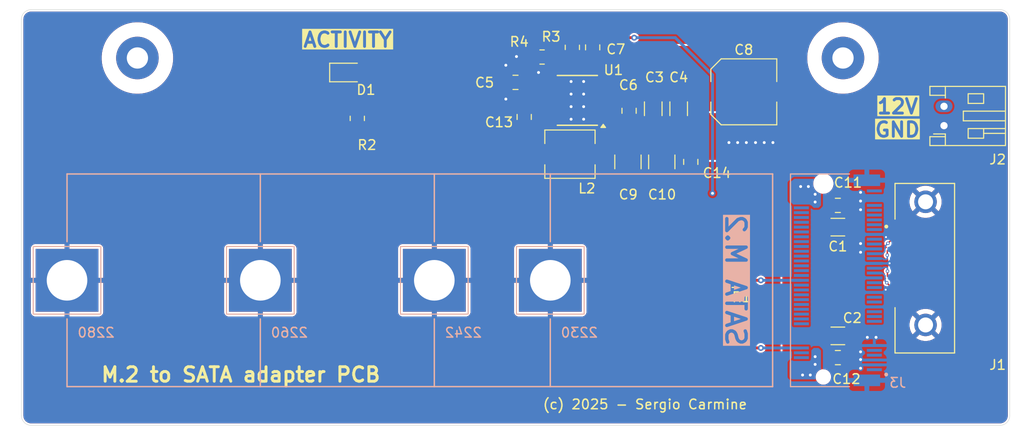
<source format=kicad_pcb>
(kicad_pcb (version 20241229) (generator "pcbnew") (generator_version "9.0")
  (layers (0 "F.Cu" signal) (2 "B.Cu" signal) (13 "F.Paste" user) (15 "B.Paste" user) (5 "F.SilkS" user "F.Silkscreen") (7 "B.SilkS" user "B.Silkscreen") (1 "F.Mask" user) (3 "B.Mask" user) (25 "Edge.Cuts" user))
  (net 0 "")
  (net 1 "+3.3V")
  (net 2 "Net-(D1-K)")
  (net 3 "GND")
  (net 4 "VIN")
  (net 5 "Net-(D1-A)")
  (net 8 "SATA_B-")
  (net 9 "SATA_B+")
  (net 10 "SATA_A-")
  (net 11 "SATA_A+")
  (net 12 "Net-(U1-VCC)")
  (net 13 "Net-(U1-BOOT)")
  (net 14 "SW")
  (net 50 "Net-(J3-DEVSLP)")
  (net 61 "Net-(U1-FB)")
  (footprint "Capacitor_SMD:C_0805_2012Metric_Pad1.18x1.45mm_HandSolder" (layer "F.Cu") (at 155.1 50.9 -90)
    (property "Reference" "C7" (at 0.2 -2.4 0) (layer "F.SilkS"))
    (property "Value" "4.7pF")
    (fp_line (start -0.261252 0.735) (end 0.261252 0.735) (stroke (width 0.12)) (layer "F.SilkS"))
    (fp_line (start -0.261252 -0.735) (end 0.261252 -0.735) (stroke (width 0.12)) (layer "F.SilkS"))
    (pad "1" smd roundrect (at -1.0375 0 270) (size 1.175 1.45) (layers "F.Cu" "F.Mask" "F.Paste") (roundrect_rratio 0.212766) (net 1 "+3.3V"))
    (pad "2" smd roundrect (at 1.0375 0 270) (size 1.175 1.45) (layers "F.Cu" "F.Mask" "F.Paste") (roundrect_rratio 0.212766) (net 61 "Net-(U1-FB)"))
  )
  (footprint "Resistor_SMD:R_0805_2012Metric_Pad1.20x1.40mm_HandSolder" (layer "F.Cu") (at 153 50.9 90)
    (property "Reference" "R3" (at 1.1 -2.2 180) (layer "F.SilkS"))
    (property "Value" "100kOhm")
    (fp_line (start -0.227064 -0.735) (end 0.227064 -0.735) (stroke (width 0.12)) (layer "F.SilkS"))
    (fp_line (start -0.227064 0.735) (end 0.227064 0.735) (stroke (width 0.12)) (layer "F.SilkS"))
    (pad "1" smd roundrect (at -1 0 90) (size 1.2 1.4) (layers "F.Cu" "F.Mask" "F.Paste") (roundrect_rratio 0.208333) (net 61 "Net-(U1-FB)"))
    (pad "2" smd roundrect (at 1 0 90) (size 1.2 1.4) (layers "F.Cu" "F.Mask" "F.Paste") (roundrect_rratio 0.208333) (net 1 "+3.3V"))
  )
  (footprint "m2-adapter-pcb:L_AMDLA4530S" (layer "F.Cu") (at 152.75 61.95)
    (property "Reference" "L2" (at 1.75 3.55 0) (layer "F.SilkS"))
    (property "Value" "2.2uH")
    (fp_line (start -2.6 -2.5) (end 2.6 -2.5) (stroke (width 0.12)) (layer "F.SilkS"))
    (fp_line (start -2.6 -1.1) (end -2.6 -2.5) (stroke (width 0.12)) (layer "F.SilkS"))
    (fp_line (start -2.6 2.5) (end -2.6 1.1) (stroke (width 0.12)) (layer "F.SilkS"))
    (fp_line (start 2.6 -2.5) (end 2.6 -1.1) (stroke (width 0.12)) (layer "F.SilkS"))
    (fp_line (start 2.6 1.1) (end 2.6 2.5) (stroke (width 0.12)) (layer "F.SilkS"))
    (fp_line (start 2.6 2.5) (end -2.6 2.5) (stroke (width 0.12)) (layer "F.SilkS"))
    (pad "1" smd roundrect (at -2.3 0) (size 1.8 1.8) (layers "F.Cu" "F.Mask" "F.Paste") (roundrect_rratio 0.15) (net 14 "SW"))
    (pad "2" smd roundrect (at 2.3 0) (size 1.8 1.8) (layers "F.Cu" "F.Mask" "F.Paste") (roundrect_rratio 0.15) (net 1 "+3.3V"))
  )
  (footprint "Capacitor_SMD:C_1210_3225Metric_Pad1.33x2.70mm_HandSolder" (layer "F.Cu") (at 158.75 62.75 90)
    (property "Reference" "C9" (at -3.3775 0.0325 180) (layer "F.SilkS"))
    (property "Value" "22uF")
    (fp_line (start -0.711252 -1.36) (end 0.711252 -1.36) (stroke (width 0.12)) (layer "F.SilkS"))
    (fp_line (start -0.711252 1.36) (end 0.711252 1.36) (stroke (width 0.12)) (layer "F.SilkS"))
    (pad "1" smd roundrect (at -1.5625 0 90) (size 1.325 2.7) (layers "F.Cu" "F.Mask" "F.Paste") (roundrect_rratio 0.188679) (net 1 "+3.3V"))
    (pad "2" smd roundrect (at 1.5625 0 90) (size 1.325 2.7) (layers "F.Cu" "F.Mask" "F.Paste") (roundrect_rratio 0.188679) (net 3 "GND"))
  )
  (footprint "Capacitor_SMD:C_1206_3216Metric_Pad1.33x1.80mm_HandSolder" (layer "F.Cu") (at 180.4675 69.5)
    (property "Reference" "C1" (at 0 2 0) (layer "F.SilkS"))
    (property "Value" "10uF")
    (fp_line (start -0.711252 -0.91) (end 0.711252 -0.91) (stroke (width 0.12)) (layer "F.SilkS"))
    (fp_line (start -0.711252 0.91) (end 0.711252 0.91) (stroke (width 0.12)) (layer "F.SilkS"))
    (pad "1" smd roundrect (at -1.5625 0) (size 1.325 1.8) (layers "F.Cu" "F.Mask" "F.Paste") (roundrect_rratio 0.188679) (net 1 "+3.3V"))
    (pad "2" smd roundrect (at 1.5625 0) (size 1.325 1.8) (layers "F.Cu" "F.Mask" "F.Paste") (roundrect_rratio 0.188679) (net 3 "GND"))
  )
  (footprint "Capacitor_SMD:C_1206_3216Metric_Pad1.33x1.80mm_HandSolder" (layer "F.Cu") (at 161.3675 57.25 -90)
    (property "Reference" "C3" (at -3.25 -0.1325 180) (layer "F.SilkS"))
    (property "Value" "10uF")
    (fp_line (start -0.711252 0.91) (end 0.711252 0.91) (stroke (width 0.12)) (layer "F.SilkS"))
    (fp_line (start -0.711252 -0.91) (end 0.711252 -0.91) (stroke (width 0.12)) (layer "F.SilkS"))
    (pad "1" smd roundrect (at -1.5625 0 270) (size 1.325 1.8) (layers "F.Cu" "F.Mask" "F.Paste") (roundrect_rratio 0.188679) (net 4 "VIN"))
    (pad "2" smd roundrect (at 1.5625 0 270) (size 1.325 1.8) (layers "F.Cu" "F.Mask" "F.Paste") (roundrect_rratio 0.188679) (net 3 "GND"))
  )
  (footprint "Capacitor_SMD:C_1206_3216Metric_Pad1.33x1.80mm_HandSolder" (layer "F.Cu") (at 180.4675 80.75)
    (property "Reference" "C2" (at 1.5 -1.85 0) (layer "F.SilkS"))
    (property "Value" "10uF")
    (fp_line (start -0.711252 -0.91) (end 0.711252 -0.91) (stroke (width 0.12)) (layer "F.SilkS"))
    (fp_line (start -0.711252 0.91) (end 0.711252 0.91) (stroke (width 0.12)) (layer "F.SilkS"))
    (pad "1" smd roundrect (at -1.5625 0) (size 1.325 1.8) (layers "F.Cu" "F.Mask" "F.Paste") (roundrect_rratio 0.188679) (net 1 "+3.3V"))
    (pad "2" smd roundrect (at 1.5625 0) (size 1.325 1.8) (layers "F.Cu" "F.Mask" "F.Paste") (roundrect_rratio 0.188679) (net 3 "GND"))
  )
  (footprint "Capacitor_SMD:C_0805_2012Metric_Pad1.18x1.45mm_HandSolder" (layer "F.Cu") (at 165.25 62.75 90)
    (property "Reference" "C14" (at -1.15 2.7 0) (layer "F.SilkS"))
    (property "Value" "0.1uF")
    (fp_line (start -0.261252 -0.735) (end 0.261252 -0.735) (stroke (width 0.12)) (layer "F.SilkS"))
    (fp_line (start -0.261252 0.735) (end 0.261252 0.735) (stroke (width 0.12)) (layer "F.SilkS"))
    (pad "1" smd roundrect (at -1.0375 0 90) (size 1.175 1.45) (layers "F.Cu" "F.Mask" "F.Paste") (roundrect_rratio 0.212766) (net 1 "+3.3V"))
    (pad "2" smd roundrect (at 1.0375 0 90) (size 1.175 1.45) (layers "F.Cu" "F.Mask" "F.Paste") (roundrect_rratio 0.212766) (net 3 "GND"))
  )
  (footprint "Resistor_SMD:R_0805_2012Metric_Pad1.20x1.40mm_HandSolder" (layer "F.Cu") (at 149.8675 51.9 180)
    (property "Reference" "R4" (at 2.3675 1.5725 0) (layer "F.SilkS"))
    (property "Value" "43kOhm")
    (fp_line (start -0.227064 0.735) (end 0.227064 0.735) (stroke (width 0.12)) (layer "F.SilkS"))
    (fp_line (start -0.227064 -0.735) (end 0.227064 -0.735) (stroke (width 0.12)) (layer "F.SilkS"))
    (pad "1" smd roundrect (at -1 0 180) (size 1.2 1.4) (layers "F.Cu" "F.Mask" "F.Paste") (roundrect_rratio 0.208333) (net 61 "Net-(U1-FB)"))
    (pad "2" smd roundrect (at 1 0 180) (size 1.2 1.4) (layers "F.Cu" "F.Mask" "F.Paste") (roundrect_rratio 0.208333) (net 3 "GND"))
  )
  (footprint "Capacitor_SMD:C_1206_3216Metric_Pad1.33x1.80mm_HandSolder" (layer "F.Cu") (at 164 57.25 -90)
    (property "Reference" "C4" (at -3.25 0 180) (layer "F.SilkS"))
    (property "Value" "10uF")
    (fp_line (start -0.711252 0.91) (end 0.711252 0.91) (stroke (width 0.12)) (layer "F.SilkS"))
    (fp_line (start -0.711252 -0.91) (end 0.711252 -0.91) (stroke (width 0.12)) (layer "F.SilkS"))
    (pad "1" smd roundrect (at -1.5625 0 270) (size 1.325 1.8) (layers "F.Cu" "F.Mask" "F.Paste") (roundrect_rratio 0.188679) (net 4 "VIN"))
    (pad "2" smd roundrect (at 1.5625 0 270) (size 1.325 1.8) (layers "F.Cu" "F.Mask" "F.Paste") (roundrect_rratio 0.188679) (net 3 "GND"))
  )
  (footprint "MountingHole:MountingHole_2.2mm_M2_Pad" (layer "F.Cu") (at 108 52)
    (property "Reference" "H5" (hide yes))
    (property "Value" "MountingHole_Pad")
    (pad "1" thru_hole circle (at 0 0) (size 4.4 4.4) (drill 2.2) (layers "*.Cu" "*.Mask") (clearance 1.5))
  )
  (footprint "Capacitor_SMD:C_0805_2012Metric_Pad1.18x1.45mm_HandSolder" (layer "F.Cu") (at 180.4675 83)
    (property "Reference" "C12" (at 0.89 2.21 0) (layer "F.SilkS"))
    (property "Value" "0.1uF")
    (fp_line (start -0.261252 -0.735) (end 0.261252 -0.735) (stroke (width 0.12)) (layer "F.SilkS"))
    (fp_line (start -0.261252 0.735) (end 0.261252 0.735) (stroke (width 0.12)) (layer "F.SilkS"))
    (pad "1" smd roundrect (at -1.0375 0) (size 1.175 1.45) (layers "F.Cu" "F.Mask" "F.Paste") (roundrect_rratio 0.212766) (net 1 "+3.3V"))
    (pad "2" smd roundrect (at 1.0375 0) (size 1.175 1.45) (layers "F.Cu" "F.Mask" "F.Paste") (roundrect_rratio 0.212766) (net 3 "GND"))
  )
  (footprint "Resistor_SMD:R_0805_2012Metric_Pad1.20x1.40mm_HandSolder" (layer "F.Cu") (at 169.75 75 180)
    (property "Reference" "R1" (at -0.75 -1.75 0) (layer "F.SilkS"))
    (property "Value" "10kOhm")
    (fp_line (start -0.227064 0.735) (end 0.227064 0.735) (stroke (width 0.12)) (layer "F.SilkS"))
    (fp_line (start -0.227064 -0.735) (end 0.227064 -0.735) (stroke (width 0.12)) (layer "F.SilkS"))
    (pad "1" smd roundrect (at -1 0 180) (size 1.2 1.4) (layers "F.Cu" "F.Mask" "F.Paste") (roundrect_rratio 0.208333) (net 50 "Net-(J3-DEVSLP)"))
    (pad "2" smd roundrect (at 1 0 180) (size 1.2 1.4) (layers "F.Cu" "F.Mask" "F.Paste") (roundrect_rratio 0.208333) (net 3 "GND"))
  )
  (footprint "m2-adapter-pcb:AMPHENOL_SAT3M2132072TR" (layer "F.Cu") (at 189.5425 73.75 90)
    (property "Reference" "J1" (at -10 7.4575 180) (layer "F.SilkS"))
    (property "Value" "SATA-7P")
    (fp_line (start 8.77 -3.16) (end 8.77 3) (stroke (width 0.127)) (layer "F.SilkS"))
    (fp_line (start 5.08 -3.16) (end 8.77 -3.16) (stroke (width 0.127)) (layer "F.SilkS"))
    (fp_line (start -8.77 -3.16) (end -4.08 -3.16) (stroke (width 0.127)) (layer "F.SilkS"))
    (fp_line (start 8.77 3) (end -8.77 3) (stroke (width 0.127)) (layer "F.SilkS"))
    (fp_line (start -8.77 3) (end -8.77 -3.16) (stroke (width 0.127)) (layer "F.SilkS"))
    (fp_circle (center 4.31 -4.06) (end 4.41 -4.06) (stroke (width 0.2)) (fill no) (layer "F.SilkS"))
    (pad "1" smd rect (at 4.31 -2.36 90) (size 0.9 2) (layers "F.Cu" "F.Mask" "F.Paste") (net 3 "GND"))
    (pad "2" smd rect (at 3.04 -2.36 90) (size 0.9 2) (layers "F.Cu" "F.Mask" "F.Paste") (net 11 "SATA_A+"))
    (pad "3" smd rect (at 1.77 -2.36 90) (size 0.9 2) (layers "F.Cu" "F.Mask" "F.Paste") (net 10 "SATA_A-"))
    (pad "4" smd rect (at 0.5 -2.36 90) (size 0.9 2) (layers "F.Cu" "F.Mask" "F.Paste") (net 3 "GND"))
    (pad "5" smd rect (at -0.77 -2.36 90) (size 0.9 2) (layers "F.Cu" "F.Mask" "F.Paste") (net 8 "SATA_B-"))
    (pad "6" smd rect (at -2.04 -2.36 90) (size 0.9 2) (layers "F.Cu" "F.Mask" "F.Paste") (net 9 "SATA_B+"))
    (pad "7" smd rect (at -3.31 -2.36 90) (size 0.9 2) (layers "F.Cu" "F.Mask" "F.Paste") (net 3 "GND"))
    (pad "8" thru_hole circle (at -5.87 0 90) (size 2.325 2.325) (drill 1.55) (layers "*.Cu" "*.Mask") (net 3 "GND"))
    (pad "8" thru_hole circle (at 6.87 0 90) (size 2.325 2.325) (drill 1.55) (layers "*.Cu" "*.Mask") (net 3 "GND"))
  )
  (footprint "Capacitor_SMD:C_Elec_6.3x5.8" (layer "F.Cu") (at 170.7375 55.5)
    (property "Reference" "C8" (at 0 -4.35 0) (layer "F.SilkS"))
    (property "Value" "47uF")
    (fp_line (start -3.41 -2.345563) (end -3.41 -1.06) (stroke (width 0.12)) (layer "F.SilkS"))
    (fp_line (start -3.41 -2.345563) (end -2.345563 -3.41) (stroke (width 0.12)) (layer "F.SilkS"))
    (fp_line (start -3.41 2.345563) (end -3.41 1.06) (stroke (width 0.12)) (layer "F.SilkS"))
    (fp_line (start -3.41 2.345563) (end -2.345563 3.41) (stroke (width 0.12)) (layer "F.SilkS"))
    (fp_line (start -2.345563 -3.41) (end 3.41 -3.41) (stroke (width 0.12)) (layer "F.SilkS"))
    (fp_line (start -2.345563 3.41) (end 3.41 3.41) (stroke (width 0.12)) (layer "F.SilkS"))
    (fp_line (start 3.41 -3.41) (end 3.41 -1.06) (stroke (width 0.12)) (layer "F.SilkS"))
    (fp_line (start 3.41 3.41) (end 3.41 1.06) (stroke (width 0.12)) (layer "F.SilkS"))
    (pad "1" smd roundrect (at -2.5375 0) (size 3.325 1.6) (layers "F.Cu" "F.Mask" "F.Paste") (roundrect_rratio 0.15625) (net 4 "VIN"))
    (pad "2" smd roundrect (at 2.5375 0) (size 3.325 1.6) (layers "F.Cu" "F.Mask" "F.Paste") (roundrect_rratio 0.15625) (net 3 "GND"))
  )
  (footprint "Capacitor_SMD:C_0805_2012Metric_Pad1.18x1.45mm_HandSolder" (layer "F.Cu") (at 147.1175 54.5225 180)
    (property "Reference" "C5" (at 3.2 -0.0275 0) (layer "F.SilkS"))
    (property "Value" "1uF")
    (fp_line (start -0.261252 0.735) (end 0.261252 0.735) (stroke (width 0.12)) (layer "F.SilkS"))
    (fp_line (start -0.261252 -0.735) (end 0.261252 -0.735) (stroke (width 0.12)) (layer "F.SilkS"))
    (pad "1" smd roundrect (at -1.0375 0 180) (size 1.175 1.45) (layers "F.Cu" "F.Mask" "F.Paste") (roundrect_rratio 0.212766) (net 12 "Net-(U1-VCC)"))
    (pad "2" smd roundrect (at 1.0375 0 180) (size 1.175 1.45) (layers "F.Cu" "F.Mask" "F.Paste") (roundrect_rratio 0.212766) (net 3 "GND"))
  )
  (footprint "Connector_JST:JST_PH_S2B-PH-K_1x02_P2.00mm_Horizontal" (layer "F.Cu") (at 191.45 59 90)
    (property "Reference" "J2" (at -3.5 5.55 180) (layer "F.SilkS"))
    (property "Value" "JST S2B-PH-K-S")
    (fp_line (start 4.06 -1.46) (end 3.14 -1.46) (stroke (width 0.12)) (layer "F.SilkS"))
    (fp_line (start 3.14 -1.46) (end 3.14 0.14) (stroke (width 0.12)) (layer "F.SilkS"))
    (fp_line (start -1.14 -1.46) (end -2.06 -1.46) (stroke (width 0.12)) (layer "F.SilkS"))
    (fp_line (start -2.06 -1.46) (end -2.06 6.36) (stroke (width 0.12)) (layer "F.SilkS"))
    (fp_line (start 4.06 0.14) (end 3.14 0.14) (stroke (width 0.12)) (layer "F.SilkS"))
    (fp_line (start 3.14 0.14) (end 2.86 0.14) (stroke (width 0.12)) (layer "F.SilkS"))
    (fp_line (start -0.86 0.14) (end -0.86 -1.075) (stroke (width 0.12)) (layer "F.SilkS"))
    (fp_line (start -0.86 0.14) (end -1.14 0.14) (stroke (width 0.12)) (layer "F.SilkS"))
    (fp_line (start -1.14 0.14) (end -1.14 -1.46) (stroke (width 0.12)) (layer "F.SilkS"))
    (fp_line (start -2.06 0.14) (end -1.14 0.14) (stroke (width 0.12)) (layer "F.SilkS"))
    (fp_line (start 1.5 2) (end 1.5 6.36) (stroke (width 0.12)) (layer "F.SilkS"))
    (fp_line (start 0.5 2) (end 1.5 2) (stroke (width 0.12)) (layer "F.SilkS"))
    (fp_line (start -0.3 4.1) (end -0.3 6.36) (stroke (width 0.12)) (layer "F.SilkS"))
    (fp_line (start -0.8 4.1) (end -0.8 6.36) (stroke (width 0.12)) (layer "F.SilkS"))
    (fp_line (start 4.06 6.36) (end 4.06 -1.46) (stroke (width 0.12)) (layer "F.SilkS"))
    (fp_line (start 0.5 6.36) (end 0.5 2) (stroke (width 0.12)) (layer "F.SilkS"))
    (fp_line (start -2.06 6.36) (end 4.06 6.36) (stroke (width 0.12)) (layer "F.SilkS"))
    (fp_rect (start 2.3 2.5) (end 3.3 4.1) (stroke (width 0.12)) (fill no) (layer "F.SilkS"))
    (fp_rect (start -1.3 2.5) (end -0.3 4.1) (stroke (width 0.12)) (fill no) (layer "F.SilkS"))
    (pad "1" thru_hole roundrect (at 0 0 90) (size 1.2 1.75) (drill 0.75) (layers "*.Cu" "*.Mask") (roundrect_rratio 0.208333) (net 3 "GND"))
    (pad "2" thru_hole oval (at 2 0 90) (size 1.2 1.75) (drill 0.75) (layers "*.Cu" "*.Mask") (net 4 "VIN"))
  )
  (footprint "Capacitor_SMD:C_1210_3225Metric_Pad1.33x2.70mm_HandSolder" (layer "F.Cu") (at 162.25 62.75 90)
    (property "Reference" "C10" (at -3.3775 0.0325 180) (layer "F.SilkS"))
    (property "Value" "22uF")
    (fp_line (start -0.711252 -1.36) (end 0.711252 -1.36) (stroke (width 0.12)) (layer "F.SilkS"))
    (fp_line (start -0.711252 1.36) (end 0.711252 1.36) (stroke (width 0.12)) (layer "F.SilkS"))
    (pad "1" smd roundrect (at -1.5625 0 90) (size 1.325 2.7) (layers "F.Cu" "F.Mask" "F.Paste") (roundrect_rratio 0.188679) (net 1 "+3.3V"))
    (pad "2" smd roundrect (at 1.5625 0 90) (size 1.325 2.7) (layers "F.Cu" "F.Mask" "F.Paste") (roundrect_rratio 0.188679) (net 3 "GND"))
  )
  (footprint "MountingHole:MountingHole_2.2mm_M2_Pad" (layer "F.Cu") (at 181 52)
    (property "Reference" "H6" (hide yes))
    (property "Value" "MountingHole_Pad")
    (pad "1" thru_hole circle (at 0 0) (size 4.4 4.4) (drill 2.2) (layers "*.Cu" "*.Mask") (clearance 1.5))
  )
  (footprint "Capacitor_SMD:C_0805_2012Metric_Pad1.18x1.45mm_HandSolder" (layer "F.Cu") (at 158.8675 57.4625 -90)
    (property "Reference" "C6" (at -2.6625 0.0675 180) (layer "F.SilkS"))
    (property "Value" "0.22uF")
    (fp_line (start -0.261252 0.735) (end 0.261252 0.735) (stroke (width 0.12)) (layer "F.SilkS"))
    (fp_line (start -0.261252 -0.735) (end 0.261252 -0.735) (stroke (width 0.12)) (layer "F.SilkS"))
    (pad "1" smd roundrect (at -1.0375 0 270) (size 1.175 1.45) (layers "F.Cu" "F.Mask" "F.Paste") (roundrect_rratio 0.212766) (net 4 "VIN"))
    (pad "2" smd roundrect (at 1.0375 0 270) (size 1.175 1.45) (layers "F.Cu" "F.Mask" "F.Paste") (roundrect_rratio 0.212766) (net 3 "GND"))
  )
  (footprint "Capacitor_SMD:C_0805_2012Metric_Pad1.18x1.45mm_HandSolder" (layer "F.Cu") (at 180.4675 67.25)
    (property "Reference" "C11" (at 1.05 -2.35 0) (layer "F.SilkS"))
    (property "Value" "0.1uF")
    (fp_line (start -0.261252 -0.735) (end 0.261252 -0.735) (stroke (width 0.12)) (layer "F.SilkS"))
    (fp_line (start -0.261252 0.735) (end 0.261252 0.735) (stroke (width 0.12)) (layer "F.SilkS"))
    (pad "1" smd roundrect (at -1.0375 0) (size 1.175 1.45) (layers "F.Cu" "F.Mask" "F.Paste") (roundrect_rratio 0.212766) (net 1 "+3.3V"))
    (pad "2" smd roundrect (at 1.0375 0) (size 1.175 1.45) (layers "F.Cu" "F.Mask" "F.Paste") (roundrect_rratio 0.212766) (net 3 "GND"))
  )
  (footprint "Resistor_SMD:R_0805_2012Metric_Pad1.20x1.40mm_HandSolder" (layer "F.Cu") (at 130.75 58.25 90)
    (property "Reference" "R2" (at -2.75 1 180) (layer "F.SilkS"))
    (property "Value" "220Ohm")
    (fp_line (start -0.227064 -0.735) (end 0.227064 -0.735) (stroke (width 0.12)) (layer "F.SilkS"))
    (fp_line (start -0.227064 0.735) (end 0.227064 0.735) (stroke (width 0.12)) (layer "F.SilkS"))
    (pad "1" smd roundrect (at -1 0 90) (size 1.2 1.4) (layers "F.Cu" "F.Mask" "F.Paste") (roundrect_rratio 0.208333) (net 1 "+3.3V"))
    (pad "2" smd roundrect (at 1 0 90) (size 1.2 1.4) (layers "F.Cu" "F.Mask" "F.Paste") (roundrect_rratio 0.208333) (net 5 "Net-(D1-A)"))
  )
  (footprint "LED_SMD:LED_0805_2012Metric_Pad1.15x1.40mm_HandSolder" (layer "F.Cu") (at 129.75 53.5)
    (property "Reference" "D1" (at 1.9 1.8 0) (layer "F.SilkS"))
    (property "Value" "LED")
    (fp_line (start -1.86 -0.96) (end -1.86 0.96) (stroke (width 0.12)) (layer "F.SilkS"))
    (fp_line (start -1.86 0.96) (end 1 0.96) (stroke (width 0.12)) (layer "F.SilkS"))
    (fp_line (start 1 -0.96) (end -1.86 -0.96) (stroke (width 0.12)) (layer "F.SilkS"))
    (pad "1" smd roundrect (at -1.025 0) (size 1.15 1.4) (layers "F.Cu" "F.Mask" "F.Paste") (roundrect_rratio 0.217391) (net 2 "Net-(D1-K)"))
    (pad "2" smd roundrect (at 1.025 0) (size 1.15 1.4) (layers "F.Cu" "F.Mask" "F.Paste") (roundrect_rratio 0.217391) (net 5 "Net-(D1-A)"))
  )
  (footprint "m2-adapter-pcb:Texas_HSOP-8-1EP_3.9x4.9mm_P1.27mm_ThermalVias_HandSolder" (layer "F.Cu") (at 153.5175 56.385 180)
    (property "Reference" "U1" (at -3.7325 3.135 180) (layer "F.SilkS"))
    (property "Value" "LMR33630BDDA")
    (fp_line (start -2.075 2.575) (end 2.075 2.575) (stroke (width 0.15)) (layer "F.SilkS"))
    (fp_line (start -2.075 -2.575) (end 2.075 -2.575) (stroke (width 0.15)) (layer "F.SilkS"))
    (fp_poly (pts (xy -2.675 -2.475) (xy -2.915 -2.805) (xy -2.435 -2.805) (xy -2.675 -2.475)) (stroke (width 0.12)) (fill yes) (layer "F.SilkS"))
    (pad "1" smd rect (at -2.7 -1.905 180) (size 1.55 0.6) (layers "F.Cu" "F.Mask" "F.Paste") (net 3 "GND"))
    (pad "2" smd rect (at -2.7 -0.635 180) (size 1.55 0.6) (layers "F.Cu" "F.Mask" "F.Paste") (net 4 "VIN"))
    (pad "3" smd rect (at -2.7 0.635 180) (size 1.55 0.6) (layers "F.Cu" "F.Mask" "F.Paste") (net 4 "VIN"))
    (pad "4" smd rect (at -2.7 1.905 180) (size 1.55 0.6) (layers "F.Cu" "F.Mask" "F.Paste"))
    (pad "5" smd rect (at 2.7 1.905 180) (size 1.55 0.6) (layers "F.Cu" "F.Mask" "F.Paste") (net 61 "Net-(U1-FB)"))
    (pad "6" smd rect (at 2.7 0.635 180) (size 1.55 0.6) (layers "F.Cu" "F.Mask" "F.Paste") (net 12 "Net-(U1-VCC)"))
    (pad "7" smd rect (at 2.7 -0.635 180) (size 1.55 0.6) (layers "F.Cu" "F.Mask" "F.Paste") (net 13 "Net-(U1-BOOT)"))
    (pad "8" smd rect (at 2.7 -1.905 180) (size 1.55 0.6) (layers "F.Cu" "F.Mask" "F.Paste") (net 14 "SW"))
    (pad "9" thru_hole circle (at -0.65 -1.95 180) (size 0.6 0.6) (drill 0.3) (layers "*.Cu") (net 3 "GND"))
    (pad "9" thru_hole circle (at -0.65 -0.65 180) (size 0.6 0.6) (drill 0.3) (layers "*.Cu") (net 3 "GND"))
    (pad "9" thru_hole circle (at -0.65 0.65 180) (size 0.6 0.6) (drill 0.3) (layers "*.Cu") (net 3 "GND"))
    (pad "9" thru_hole circle (at -0.65 1.95 180) (size 0.6 0.6) (drill 0.3) (layers "*.Cu") (net 3 "GND"))
    (pad "9" smd rect (at 0 0 180) (size 2.95 4.9) (layers "F.Cu") (net 3 "GND"))
    (pad "9" smd rect (at 0 0 180) (size 2.95 4.9) (layers "B.Cu") (net 3 "GND"))
    (pad "9" thru_hole circle (at 0.65 -1.95 180) (size 0.6 0.6) (drill 0.3) (layers "*.Cu") (net 3 "GND"))
    (pad "9" thru_hole circle (at 0.65 -0.65 180) (size 0.6 0.6) (drill 0.3) (layers "*.Cu") (net 3 "GND"))
    (pad "9" thru_hole circle (at 0.65 0.65 180) (size 0.6 0.6) (drill 0.3) (layers "*.Cu") (net 3 "GND"))
    (pad "9" thru_hole circle (at 0.65 1.95 180) (size 0.6 0.6) (drill 0.3) (layers "*.Cu") (net 3 "GND"))
  )
  (footprint "Capacitor_SMD:C_0805_2012Metric_Pad1.18x1.45mm_HandSolder" (layer "F.Cu") (at 148.0175 58.1 -90)
    (property "Reference" "C13" (at 0.55 2.6 180) (layer "F.SilkS"))
    (property "Value" "0.1uF")
    (fp_line (start -0.261252 0.735) (end 0.261252 0.735) (stroke (width 0.12)) (layer "F.SilkS"))
    (fp_line (start -0.261252 -0.735) (end 0.261252 -0.735) (stroke (width 0.12)) (layer "F.SilkS"))
    (pad "1" smd roundrect (at -1.0375 0 270) (size 1.175 1.45) (layers "F.Cu" "F.Mask" "F.Paste") (roundrect_rratio 0.212766) (net 13 "Net-(U1-BOOT)"))
    (pad "2" smd roundrect (at 1.0375 0 270) (size 1.175 1.45) (layers "F.Cu" "F.Mask" "F.Paste") (roundrect_rratio 0.212766) (net 14 "SW"))
  )
  (footprint "m2-adapter-pcb:M.2_Standoff_Hole" (layer "B.Cu") (at 138.7175 75 180)
    (property "Reference" "H3" (hide yes))
    (property "Value" "MountingHole_Pad")
    (fp_rect (start -3.5 3.5) (end 3.5 -3.5) (stroke (width 0.12)) (fill no) (layer "B.SilkS"))
    (pad "1" thru_hole rect (at 0 0 180) (size 6.5 6.5) (drill 4.2) (layers "*.Cu" "*.Mask") (net 3 "GND"))
  )
  (footprint "m2-adapter-pcb:M.2_Standoff_Hole" (layer "B.Cu") (at 100.7175 75 180)
    (property "Reference" "H1" (hide yes))
    (property "Value" "MountingHole_Pad")
    (fp_rect (start -3.5 3.5) (end 3.5 -3.5) (stroke (width 0.12)) (fill no) (layer "B.SilkS"))
    (pad "1" thru_hole rect (at 0 0 180) (size 6.5 6.5) (drill 4.2) (layers "*.Cu" "*.Mask") (net 3 "GND"))
  )
  (footprint "m2-adapter-pcb:M.2_Standoff_Hole" (layer "B.Cu") (at 120.7175 75 180)
    (property "Reference" "H4" (hide yes))
    (property "Value" "MountingHole_Pad")
    (fp_rect (start -3.5 3.5) (end 3.5 -3.5) (stroke (width 0.12)) (fill no) (layer "B.SilkS"))
    (pad "1" thru_hole rect (at 0 0 180) (size 6.5 6.5) (drill 4.2) (layers "*.Cu" "*.Mask") (net 3 "GND"))
  )
  (footprint "m2-adapter-pcb:AMPHENOL_MDT420B03001" (layer "B.Cu") (at 178.9675 75 90)
    (property "Reference" "J3" (at -10.6 7.7 0) (layer "B.SilkS") (effects (font (size 1.000843 1.000843)) (justify mirror)))
    (property "Value" "Bus_M.2_Socket_B" (hide yes))
    (fp_line (start 11 -3.4) (end -11 -3.4) (stroke (width 0.127)) (layer "B.SilkS"))
    (fp_line (start 11 2.7) (end 11 -3.4) (stroke (width 0.127)) (layer "B.SilkS"))
    (fp_line (start -11 2.7) (end -11 -3.4) (stroke (width 0.127)) (layer "B.SilkS"))
    (fp_circle (center -9.75 6.5) (end -9.65 6.5) (stroke (width 0.2)) (fill no) (layer "B.SilkS"))
    (pad "" np_thru_hole circle (at -10 0 90) (size 1.1 1.1) (drill 1.1) (layers "*.Cu" "*.Mask"))
    (pad "" np_thru_hole circle (at 10 0 90) (size 1.6 1.6) (drill 1.6) (layers "*.Cu" "*.Mask"))
    (pad "1" smd rect (at -9.25 5.275 90) (size 0.3 1.55) (layers "B.Cu" "B.Mask" "B.Paste"))
    (pad "2" smd rect (at -9 -2.275 90) (size 0.3 1.55) (layers "B.Cu" "B.Mask" "B.Paste") (net 1 "+3.3V"))
    (pad "3" smd rect (at -8.75 5.275 90) (size 0.3 1.55) (layers "B.Cu" "B.Mask" "B.Paste") (net 3 "GND"))
    (pad "4" smd rect (at -8.5 -2.275 90) (size 0.3 1.55) (layers "B.Cu" "B.Mask" "B.Paste") (net 1 "+3.3V"))
    (pad "5" smd rect (at -8.25 5.275 90) (size 0.3 1.55) (layers "B.Cu" "B.Mask" "B.Paste") (net 3 "GND"))
    (pad "6" smd rect (at -8 -2.275 90) (size 0.3 1.55) (layers "B.Cu" "B.Mask" "B.Paste"))
    (pad "7" smd rect (at -7.75 5.275 90) (size 0.3 1.55) (layers "B.Cu" "B.Mask" "B.Paste"))
    (pad "8" smd rect (at -7.5 -2.275 90) (size 0.3 1.55) (layers "B.Cu" "B.Mask" "B.Paste"))
    (pad "9" smd rect (at -7.25 5.275 90) (size 0.3 1.55) (layers "B.Cu" "B.Mask" "B.Paste"))
    (pad "10" smd rect (at -7 -2.275 90) (size 0.3 1.55) (layers "B.Cu" "B.Mask" "B.Paste") (net 2 "Net-(D1-K)"))
    (pad "11" smd rect (at -6.75 5.275 90) (size 0.3 1.55) (layers "B.Cu" "B.Mask" "B.Paste") (net 3 "GND"))
    (pad "20" smd rect (at -4.5 -2.275 90) (size 0.3 1.55) (layers "B.Cu" "B.Mask" "B.Paste"))
    (pad "21" smd rect (at -4.25 5.275 90) (size 0.3 1.55) (layers "B.Cu" "B.Mask" "B.Paste"))
    (pad "22" smd rect (at -4 -2.275 90) (size 0.3 1.55) (layers "B.Cu" "B.Mask" "B.Paste"))
    (pad "23" smd rect (at -3.75 5.275 90) (size 0.3 1.55) (layers "B.Cu" "B.Mask" "B.Paste"))
    (pad "24" smd rect (at -3.5 -2.275 90) (size 0.3 1.55) (layers "B.Cu" "B.Mask" "B.Paste"))
    (pad "25" smd rect (at -3.25 5.275 90) (size 0.3 1.55) (layers "B.Cu" "B.Mask" "B.Paste"))
    (pad "26" smd rect (at -3 -2.275 90) (size 0.3 1.55) (layers "B.Cu" "B.Mask" "B.Paste"))
    (pad "27" smd rect (at -2.75 5.275 90) (size 0.3 1.55) (layers "B.Cu" "B.Mask" "B.Paste") (net 3 "GND"))
    (pad "28" smd rect (at -2.5 -2.275 90) (size 0.3 1.55) (layers "B.Cu" "B.Mask" "B.Paste"))
    (pad "29" smd rect (at -2.25 5.275 90) (size 0.3 1.55) (layers "B.Cu" "B.Mask" "B.Paste"))
    (pad "30" smd rect (at -2 -2.275 90) (size 0.3 1.55) (layers "B.Cu" "B.Mask" "B.Paste"))
    (pad "31" smd rect (at -1.75 5.275 90) (size 0.3 1.55) (layers "B.Cu" "B.Mask" "B.Paste"))
    (pad "32" smd rect (at -1.5 -2.275 90) (size 0.3 1.55) (layers "B.Cu" "B.Mask" "B.Paste"))
    (pad "33" smd rect (at -1.25 5.275 90) (size 0.3 1.55) (layers "B.Cu" "B.Mask" "B.Paste") (net 3 "GND"))
    (pad "34" smd rect (at -1 -2.275 90) (size 0.3 1.55) (layers "B.Cu" "B.Mask" "B.Paste"))
    (pad "35" smd rect (at -0.75 5.275 90) (size 0.3 1.55) (layers "B.Cu" "B.Mask" "B.Paste"))
    (pad "36" smd rect (at -0.5 -2.275 90) (size 0.3 1.55) (layers "B.Cu" "B.Mask" "B.Paste"))
    (pad "37" smd rect (at -0.25 5.275 90) (size 0.3 1.55) (layers "B.Cu" "B.Mask" "B.Paste"))
    (pad "38" smd rect (at 0 -2.275 90) (size 0.3 1.55) (layers "B.Cu" "B.Mask" "B.Paste") (net 50 "Net-(J3-DEVSLP)"))
    (pad "39" smd rect (at 0.25 5.275 90) (size 0.3 1.55) (layers "B.Cu" "B.Mask" "B.Paste") (net 3 "GND"))
    (pad "40" smd rect (at 0.5 -2.275 90) (size 0.3 1.55) (layers "B.Cu" "B.Mask" "B.Paste"))
    (pad "41" smd rect (at 0.75 5.275 90) (size 0.3 1.55) (layers "B.Cu" "B.Mask" "B.Paste") (net 9 "SATA_B+"))
    (pad "42" smd rect (at 1 -2.275 90) (size 0.3 1.55) (layers "B.Cu" "B.Mask" "B.Paste"))
    (pad "43" smd rect (at 1.25 5.275 90) (size 0.3 1.55) (layers "B.Cu" "B.Mask" "B.Paste") (net 8 "SATA_B-"))
    (pad "44" smd rect (at 1.5 -2.275 90) (size 0.3 1.55) (layers "B.Cu" "B.Mask" "B.Paste"))
    (pad "45" smd rect (at 1.75 5.275 90) (size 0.3 1.55) (layers "B.Cu" "B.Mask" "B.Paste") (net 3 "GND"))
    (pad "46" smd rect (at 2 -2.275 90) (size 0.3 1.55) (layers "B.Cu" "B.Mask" "B.Paste"))
    (pad "47" smd rect (at 2.25 5.275 90) (size 0.3 1.55) (layers "B.Cu" "B.Mask" "B.Paste") (net 10 "SATA_A-"))
    (pad "48" smd rect (at 2.5 -2.275 90) (size 0.3 1.55) (layers "B.Cu" "B.Mask" "B.Paste"))
    (pad "49" smd rect (at 2.75 5.275 90) (size 0.3 1.55) (layers "B.Cu" "B.Mask" "B.Paste") (net 11 "SATA_A+"))
    (pad "50" smd rect (at 3 -2.275 90) (size 0.3 1.55) (layers "B.Cu" "B.Mask" "B.Paste"))
    (pad "51" smd rect (at 3.25 5.275 90) (size 0.3 1.55) (layers "B.Cu" "B.Mask" "B.Paste") (net 3 "GND"))
    (pad "52" smd rect (at 3.5 -2.275 90) (size 0.3 1.55) (layers "B.Cu" "B.Mask" "B.Paste"))
    (pad "53" smd rect (at 3.75 5.275 90) (size 0.3 1.55) (layers "B.Cu" "B.Mask" "B.Paste"))
    (pad "54" smd rect (at 4 -2.275 90) (size 0.3 1.55) (layers "B.Cu" "B.Mask" "B.Paste"))
    (pad "55" smd rect (at 4.25 5.275 90) (size 0.3 1.55) (layers "B.Cu" "B.Mask" "B.Paste"))
    (pad "56" smd rect (at 4.5 -2.275 90) (size 0.3 1.55) (layers "B.Cu" "B.Mask" "B.Paste"))
    (pad "57" smd rect (at 4.75 5.275 90) (size 0.3 1.55) (layers "B.Cu" "B.Mask" "B.Paste") (net 3 "GND"))
    (pad "58" smd rect (at 5 -2.275 90) (size 0.3 1.55) (layers "B.Cu" "B.Mask" "B.Paste"))
    (pad "59" smd rect (at 5.25 5.275 90) (size 0.3 1.55) (layers "B.Cu" "B.Mask" "B.Paste"))
    (pad "60" smd rect (at 5.5 -2.275 90) (size 0.3 1.55) (layers "B.Cu" "B.Mask" "B.Paste"))
    (pad "61" smd rect (at 5.75 5.275 90) (size 0.3 1.55) (layers "B.Cu" "B.Mask" "B.Paste"))
    (pad "62" smd rect (at 6 -2.275 90) (size 0.3 1.55) (layers "B.Cu" "B.Mask" "B.Paste"))
    (pad "63" smd rect (at 6.25 5.275 90) (size 0.3 1.55) (layers "B.Cu" "B.Mask" "B.Paste"))
    (pad "64" smd rect (at 6.5 -2.275 90) (size 0.3 1.55) (layers "B.Cu" "B.Mask" "B.Paste"))
    (pad "65" smd rect (at 6.75 5.275 90) (size 0.3 1.55) (layers "B.Cu" "B.Mask" "B.Paste"))
    (pad "66" smd rect (at 7 -2.275 90) (size 0.3 1.55) (layers "B.Cu" "B.Mask" "B.Paste"))
    (pad "67" smd rect (at 7.25 5.275 90) (size 0.3 1.55) (layers "B.Cu" "B.Mask" "B.Paste"))
    (pad "68" smd rect (at 7.5 -2.275 90) (size 0.3 1.55) (layers "B.Cu" "B.Mask" "B.Paste"))
    (pad "69" smd rect (at 7.75 5.275 90) (size 0.3 1.55) (layers "B.Cu" "B.Mask" "B.Paste"))
    (pad "70" smd rect (at 8 -2.275 90) (size 0.3 1.55) (layers "B.Cu" "B.Mask" "B.Paste") (net 1 "+3.3V"))
    (pad "71" smd rect (at 8.25 5.275 90) (size 0.3 1.55) (layers "B.Cu" "B.Mask" "B.Paste") (net 3 "GND"))
    (pad "72" smd rect (at 8.5 -2.275 90) (size 0.3 1.55) (layers "B.Cu" "B.Mask" "B.Paste") (net 1 "+3.3V"))
    (pad "73" smd rect (at 8.75 5.275 90) (size 0.3 1.55) (layers "B.Cu" "B.Mask" "B.Paste") (net 3 "GND"))
    (pad "74" smd rect (at 9 -2.275 90) (size 0.3 1.55) (layers "B.Cu" "B.Mask" "B.Paste") (net 1 "+3.3V"))
    (pad "75" smd rect (at 9.25 5.275 90) (size 0.3 1.55) (layers "B.Cu" "B.Mask" "B.Paste"))
    (pad "P1" smd rect (at -10.35 4.5 90) (size 1.2 2.75) (layers "B.Cu" "B.Mask" "B.Paste") (net 3 "GND"))
    (pad "P2" smd rect (at 10.35 4.5 90) (size 1.2 2.75) (layers "B.Cu" "B.Mask" "B.Paste") (net 3 "GND"))
  )
  (footprint "m2-adapter-pcb:M.2_Standoff_Hole" (layer "B.Cu") (at 150.7175 75 180)
    (property "Reference" "H2" (hide yes))
    (property "Value" "MountingHole_Pad")
    (fp_rect (start -3.5 3.5) (end 3.5 -3.5) (stroke (width 0.12)) (fill no) (layer "B.SilkS"))
    (pad "1" thru_hole rect (at 0 0 180) (size 6.5 6.5) (drill 4.2) (layers "*.Cu" "*.Mask") (net 3 "GND"))
  )
  (gr_line (start 120.7175 71) (end 120.7175 64) (stroke (width 0.15)) (layer "B.SilkS"))
  (gr_line (start 120.7175 86) (end 120.7175 79) (stroke (width 0.15)) (layer "B.SilkS"))
  (gr_line (start 173.7175 64) (end 100.7175 64) (stroke (width 0.15)) (layer "B.SilkS"))
  (gr_line (start 138.7175 71) (end 138.7175 64) (stroke (width 0.15)) (layer "B.SilkS"))
  (gr_line (start 100.7175 71) (end 100.7175 64) (stroke (width 0.15)) (layer "B.SilkS"))
  (gr_line (start 138.7175 86) (end 138.7175 79) (stroke (width 0.15)) (layer "B.SilkS"))
  (gr_line (start 173.7175 86) (end 100.7175 86) (stroke (width 0.15)) (layer "B.SilkS"))
  (gr_line (start 150.7175 86) (end 150.7175 79) (stroke (width 0.15)) (layer "B.SilkS"))
  (gr_line (start 100.7175 86) (end 100.7175 79) (stroke (width 0.15)) (layer "B.SilkS"))
  (gr_line (start 150.7175 71) (end 150.7175 64) (stroke (width 0.15)) (layer "B.SilkS"))
  (gr_line (start 173.7175 86) (end 173.7175 64) (stroke (width 0.15)) (layer "B.SilkS"))
  (gr_arc (start 97 90) (mid 96.292893 89.707107) (end 96 89) (stroke (width 0.05)) (layer "Edge.Cuts"))
  (gr_arc (start 198.25 89) (mid 197.957107 89.707107) (end 197.25 90) (stroke (width 0.05)) (layer "Edge.Cuts"))
  (gr_line (start 198.25 48) (end 198.25 89) (stroke (width 0.05)) (layer "Edge.Cuts"))
  (gr_line (start 97 90) (end 197.25 90) (stroke (width 0.05)) (layer "Edge.Cuts"))
  (gr_line (start 96 48) (end 96 89) (stroke (width 0.05)) (layer "Edge.Cuts"))
  (gr_line (start 197.25 47) (end 97 47) (stroke (width 0.05)) (layer "Edge.Cuts"))
  (gr_arc (start 96 48) (mid 96.292893 47.292893) (end 97 47) (stroke (width 0.05)) (layer "Edge.Cuts"))
  (gr_arc (start 197.25 47) (mid 197.957107 47.292893) (end 198.25 48) (stroke (width 0.05)) (layer "Edge.Cuts"))
  (gr_text "(c) 2025 - Sergio Carmine" (at 149.8675 88.42 0) (layer "F.SilkS") (effects (font (size 1 1)) (justify left bottom)))
  (gr_text "12V" (at 188.9175 57.9 0) (layer "F.SilkS" knockout) (effects (font (size 1.5 1.5) (thickness 0.3) (bold yes)) (justify right bottom)))
  (gr_text "ACTIVITY" (at 129.75 51 0) (layer "F.SilkS" knockout) (effects (font (size 1.5 1.5) (thickness 0.3) (bold yes)) (justify bottom)))
  (gr_text "M.2 to SATA adapter PCB" (at 104.1075 85.64 0) (layer "F.SilkS") (effects (font (size 1.5 1.5) (thickness 0.3) (bold yes)) (justify left bottom)))
  (gr_text "GND" (at 189.1175 60.3 0) (layer "F.SilkS" knockout) (effects (font (size 1.5 1.5) (thickness 0.3) (bold yes)) (justify right bottom)))
  (gr_text "2280" (at 101.7175 81 0) (layer "B.SilkS") (effects (font (size 1 1)) (justify right bottom mirror)))
  (gr_text "SATA M.2" (at 168.7175 75 270) (layer "B.SilkS" knockout) (effects (font (size 2 2) (thickness 0.35) (bold yes)) (justify bottom mirror)))
  (gr_text "2260" (at 121.7175 81 0) (layer "B.SilkS") (effects (font (size 1 1)) (justify right bottom mirror)))
  (gr_text "2242" (at 139.7175 81 0) (layer "B.SilkS") (effects (font (size 1 1)) (justify right bottom mirror)))
  (gr_text "2230" (at 151.7175 81 0) (layer "B.SilkS") (effects (font (size 1 1)) (justify right bottom mirror)))
  (segment (start 159.4 49.9) (end 155.1375 49.9) (width 0.3) (layer "F.Cu") (net 1))
  (segment (start 153 49.9) (end 155.0625 49.9) (width 0.6) (layer "F.Cu") (net 1))
  (segment (start 130.75 78.25) (end 133.75 81.25) (width 0.3) (layer "F.Cu") (net 1))
  (segment (start 155.1375 49.9) (end 155.1 49.8625) (width 0.3) (layer "F.Cu") (net 1))
  (segment (start 133.75 81.25) (end 175 81.25) (width 0.3) (layer "F.Cu") (net 1))
  (segment (start 155.0625 49.9) (end 155.1 49.8625) (width 0.3) (layer "F.Cu") (net 1))
  (segment (start 130.75 59.25) (end 130.75 78.25) (width 0.3) (layer "F.Cu") (net 1))
  (via (at 178.1175 82.9) (size 0.6) (drill 0.3) (layers "F.Cu" "B.Cu") (net 1))
  (via (at 177.4175 65.3) (size 0.6) (drill 0.3) (layers "F.Cu" "B.Cu") (net 1))
  (via (at 178.1175 66.1) (size 0.6) (drill 0.3) (layers "F.Cu" "B.Cu") (net 1))
  (via (at 176.8175 84.8) (size 0.6) (drill 0.3) (layers "F.Cu" "B.Cu") (net 1))
  (via (at 176.6175 65.3) (size 0.6) (drill 0.3) (layers "F.Cu" "B.Cu") (net 1))
  (via (at 178.1175 66.9) (size 0.6) (drill 0.3) (layers "F.Cu" "B.Cu") (net 1))
  (via (at 167.5 66) (size 0.6) (drill 0.3) (layers "F.Cu" "B.Cu") (net 1))
  (via (at 159.4 49.9) (size 0.6) (drill 0.3) (layers "F.Cu" "B.Cu") (net 1))
  (via (at 177.6175 84.8) (size 0.6) (drill 0.3) (layers "F.Cu" "B.Cu") (net 1))
  (via (at 178.1175 83.7) (size 0.6) (drill 0.3) (layers "F.Cu" "B.Cu") (net 1))
  (segment (start 163.65 49.9) (end 159.4 49.9) (width 0.3) (layer "B.Cu") (net 1))
  (segment (start 167.5 66) (end 167.5 53.75) (width 0.3) (layer "B.Cu") (net 1))
  (segment (start 167.5 53.75) (end 163.65 49.9) (width 0.3) (layer "B.Cu") (net 1))
  (segment (start 133.5 82) (end 130 78.5) (width 0.3) (layer "F.Cu") (net 2))
  (segment (start 130 78.5) (end 130 61.75) (width 0.3) (layer "F.Cu") (net 2))
  (segment (start 128.75 53.525) (end 128.725 53.5) (width 0.3) (layer "F.Cu") (net 2))
  (segment (start 130 61.75) (end 128.75 60.5) (width 0.3) (layer "F.Cu") (net 2))
  (segment (start 128.75 60.5) (end 128.75 53.525) (width 0.3) (layer "F.Cu") (net 2))
  (segment (start 172.5 82) (end 133.5 82) (width 0.3) (layer "F.Cu") (net 2))
  (via (at 172.5 82) (size 0.6) (drill 0.3) (layers "F.Cu" "B.Cu") (net 2))
  (segment (start 176.6925 82) (end 172.5 82) (width 0.3) (layer "B.Cu") (net 2))
  (via (at 182.8175 71.2) (size 0.6) (drill 0.3) (layers "F.Cu" "B.Cu") (net 3))
  (via (at 182.8175 67.7) (size 0.6) (drill 0.3) (layers "F.Cu" "B.Cu") (net 3))
  (via (at 182.8175 66.8) (size 0.6) (drill 0.3) (layers "F.Cu" "B.Cu") (net 3))
  (via (at 171.95 60.75) (size 0.6) (drill 0.3) (layers "F.Cu" "B.Cu") (net 3))
  (via (at 184.4175 80.9) (size 0.6) (drill 0.3) (layers "F.Cu" "B.Cu") (net 3))
  (via (at 185.82 73.24) (size 0.35) (drill 0.2) (layers "F.Cu" "B.Cu") (net 3))
  (via (at 182.8175 65.9) (size 0.6) (drill 0.3) (layers "F.Cu" "B.Cu") (net 3))
  (via (at 182.8175 83.2) (size 0.6) (drill 0.3) (layers "F.Cu" "B.Cu") (net 3))
  (via (at 149.5 53.5) (size 0.6) (drill 0.3) (layers "F.Cu" "B.Cu") (net 3))
  (via (at 182.8175 84.1) (size 0.6) (drill 0.3) (layers "F.Cu" "B.Cu") (net 3))
  (via (at 169.2 60.75) (size 0.6) (drill 0.3) (layers "F.Cu" "B.Cu") (net 3))
  (via (at 172.85 60.75) (size 0.6) (drill 0.3) (layers "F.Cu" "B.Cu") (net 3))
  (via (at 182.8175 72.1) (size 0.6) (drill 0.3) (layers "F.Cu" "B.Cu") (net 3))
  (via (at 146.1175 52.75) (size 0.6) (drill 0.3) (layers "F.Cu" "B.Cu") (net 3))
  (via (at 182.8175 82.4) (size 0.6) (drill 0.3) (layers "F.Cu" "B.Cu") (net 3))
  (via (at 185.4475 70.53) (size 0.35) (drill 0.2) (layers "F.Cu" "B.Cu") (net 3))
  (via (at 146.1175 56.25) (size 0.6) (drill 0.3) (layers "F.Cu" "B.Cu") (net 3))
  (via (at 170.1 60.75) (size 0.6) (drill 0.3) (layers "F.Cu" "B.Cu") (net 3))
  (via (at 173.75 60.75) (size 0.6) (drill 0.3) (layers "F.Cu" "B.Cu") (net 3))
  (via (at 183.5175 80.9) (size 0.6) (drill 0.3) (layers "F.Cu" "B.Cu") (net 3))
  (via (at 147.2175 51.85) (size 0.6) (drill 0.3) (layers "F.Cu" "B.Cu") (net 3))
  (via (at 171 60.75) (size 0.6) (drill 0.3) (layers "F.Cu" "B.Cu") (net 3))
  (via (at 185.4175 75.97) (size 0.35) (drill 0.2) (layers "F.Cu" "B.Cu") (net 3))
  (segment (start 130.775 57.225) (end 130.75 57.25) (width 0.3) (layer "F.Cu") (net 5))
  (segment (start 130.775 53.5) (end 130.775 57.225) (width 0.3) (layer "F.Cu") (net 5))
  (segment (start 185.6025 74.55625) (end 185.77125 74.725) (width 0.15) (layer "F.Cu") (net 8))
  (segment (start 185.77125 74.725) (end 186.24 74.725) (width 0.15) (layer "F.Cu") (net 8))
  (segment (start 185.6025 74.05) (end 185.6025 74.55625) (width 0.15) (layer "F.Cu") (net 8))
  (via (at 185.6025 74.05) (size 0.35) (drill 0.2) (layers "F.Cu" "B.Cu") (net 8))
  (segment (start 185.2025 73.65) (end 185.1025 73.75) (width 0.15) (layer "B.Cu") (net 8))
  (segment (start 185.6025 74.05) (end 185.6025 73.76) (width 0.15) (layer "B.Cu") (net 8))
  (segment (start 185.4925 73.65) (end 185.2025 73.65) (width 0.15) (layer "B.Cu") (net 8))
  (segment (start 185.6025 73.76) (end 185.4925 73.65) (width 0.15) (layer "B.Cu") (net 8))
  (segment (start 185.1025 73.75) (end 184.2775 73.75) (width 0.15) (layer "B.Cu") (net 8))
  (segment (start 186.035 75.76) (end 186.25 75.76) (width 0.15) (layer "F.Cu") (net 9))
  (segment (start 185.521782 75.246782) (end 186.035 75.76) (width 0.15) (layer "F.Cu") (net 9))
  (via (at 185.521782 75.246782) (size 0.35) (drill 0.2) (layers "F.Cu" "B.Cu") (net 9))
  (segment (start 185.3525 75.0775) (end 185.3525 74.535) (width 0.15) (layer "B.Cu") (net 9))
  (segment (start 185.3525 74.535) (end 185.0675 74.25) (width 0.15) (layer "B.Cu") (net 9))
  (segment (start 185.521782 75.246782) (end 185.3525 75.0775) (width 0.15) (layer "B.Cu") (net 9))
  (segment (start 185.0675 74.25) (end 184.2775 74.25) (width 0.15) (layer "B.Cu") (net 9))
  (segment (start 185.82 71.72) (end 186.23 71.72) (width 0.15) (layer "F.Cu") (net 10))
  (segment (start 185.585035 71.954965) (end 185.82 71.72) (width 0.15) (layer "F.Cu") (net 10))
  (segment (start 185.585035 72.4) (end 185.585035 71.954965) (width 0.15) (layer "F.Cu") (net 10))
  (via (at 185.585035 72.4) (size 0.35) (drill 0.2) (layers "F.Cu" "B.Cu") (net 10))
  (segment (start 185.2175 72.85) (end 185.1175 72.75) (width 0.15) (layer "B.Cu") (net 10))
  (segment (start 185.585035 72.4) (end 185.585035 72.734965) (width 0.15) (layer "B.Cu") (net 10))
  (segment (start 185.47 72.85) (end 185.2175 72.85) (width 0.15) (layer "B.Cu") (net 10))
  (segment (start 185.585035 72.734965) (end 185.47 72.85) (width 0.15) (layer "B.Cu") (net 10))
  (segment (start 185.1175 72.75) (end 184.2775 72.75) (width 0.15) (layer "B.Cu") (net 10))
  (segment (start 185.65 71.175) (end 186.015 70.81) (width 0.15) (layer "F.Cu") (net 11))
  (segment (start 186.015 70.81) (end 186.23 70.81) (width 0.15) (layer "F.Cu") (net 11))
  (via (at 185.65 71.175) (size 0.35) (drill 0.2) (layers "F.Cu" "B.Cu") (net 11))
  (segment (start 184.2425 72.25) (end 184.2775 72.25) (width 0.15) (layer "B.Cu") (net 11))
  (segment (start 185.65 71.175) (end 185.325 71.5) (width 0.15) (layer "B.Cu") (net 11))
  (segment (start 185.325 72.011112) (end 185.086112 72.25) (width 0.15) (layer "B.Cu") (net 11))
  (segment (start 185.086112 72.25) (end 184.2425 72.25) (width 0.15) (layer "B.Cu") (net 11))
  (segment (start 185.325 71.5) (end 185.325 72.011112) (width 0.15) (layer "B.Cu") (net 11))
  (segment (start 149.3825 55.75) (end 148.155 54.5225) (width 0.6) (layer "F.Cu") (net 12))
  (segment (start 150.8175 55.75) (end 149.3825 55.75) (width 0.6) (layer "F.Cu") (net 12))
  (segment (start 148.0175 57.0625) (end 148.06 57.02) (width 0.3) (layer "F.Cu") (net 13))
  (segment (start 148.06 57.02) (end 150.8175 57.02) (width 0.6) (layer "F.Cu") (net 13))
  (segment (start 170.75 75) (end 172.5 75) (width 0.3) (layer "F.Cu") (net 50))
  (via (at 172.5 75) (size 0.6) (drill 0.3) (layers "F.Cu" "B.Cu") (net 50))
  (segment (start 176.6925 75) (end 172.5 75) (width 0.3) (layer "B.Cu") (net 50))
  (segment (start 155.0625 51.9) (end 155.1 51.9375) (width 0.6) (layer "F.Cu") (net 61))
  (segment (start 150.8175 51.8225) (end 150.8675 51.7725) (width 0.6) (layer "F.Cu") (net 61))
  (segment (start 150.8675 51.9) (end 153 51.9) (width 0.6) (layer "F.Cu") (net 61))
  (segment (start 153 51.9) (end 155.0625 51.9) (width 0.6) (layer "F.Cu") (net 61))
  (segment (start 155.145 51.8) (end 155.1175 51.7725) (width 0.3) (layer "F.Cu") (net 61))
  (segment (start 150.8175 54.48) (end 150.8175 51.8225) (width 0.6) (layer "F.Cu") (net 61))
  (zone (net 1) (net_name "+3.3V") (layer "F.Cu") (priority 2) (connect_pads yes (clearance 0)) (min_thickness 0.1) (fill yes (thermal_gap 0.5) (thermal_bridge_width 0.5))
    (polygon (pts (xy 176.2175 62.75) (xy 160.2175 62.75) (xy 156.75 62.75) (xy 156.5 62.5) (xy 156.5 61) (xy 156.25 60.75) (xy 154 60.75) (xy 153.75 61) (xy 153.75 67) (xy 154 67.25) (xy 174.2175 67.25) (xy 174.7175 67.75) (xy 174.75 85.25) (xy 175.5 86) (xy 179.7175 86) (xy 180.2175 85.25) (xy 180.2175 63.25) (xy 179.7175 62.75)))
  )
  (zone (net 14) (net_name "SW") (layer "F.Cu") (priority 3) (connect_pads yes (clearance 0)) (min_thickness 0.1) (fill yes (thermal_gap 0.5) (thermal_bridge_width 0.5))
    (polygon (pts (xy 151.2175 57.75) (xy 149.7175 57.75) (xy 149.2175 57.75) (xy 147.5 57.75) (xy 146.9675 58.25) (xy 146.9675 60) (xy 147.4675 60.5) (xy 147.9675 61) (xy 149 62) (xy 149 63) (xy 149.25 63.25) (xy 151.5 63.25) (xy 151.75 63) (xy 151.7175 61.5) (xy 151.7175 61) (xy 151.7175 58.75) (xy 151.7175 57.75) (xy 151.4675 57.75)))
  )
  (zone (net 3) (net_name "GND") (layer "F.Cu") (priority 5) (connect_pads yes (clearance 0)) (min_thickness 0.1) (fill yes (thermal_gap 0.5) (thermal_bridge_width 0.5))
    (polygon (pts (xy 171.4 54.010185) (xy 171.15 54.260185) (xy 171.15 58.010185) (xy 175.4 58.010185) (xy 175.4 54.260185) (xy 175.15 54.010185)))
  )
  (zone (net 4) (net_name "VIN") (layer "F.Cu") (priority 4) (connect_pads yes (clearance 0)) (min_thickness 0.1) (fill yes (thermal_gap 0.5) (thermal_bridge_width 0.5))
    (polygon (pts (xy 175.3 58) (xy 175 58) (xy 171.7 57.5) (xy 171.3 57.5) (xy 168.7175 57.5) (xy 160.4675 57.5) (xy 159.7175 57.5) (xy 154.9675 57.5) (xy 154.9675 55.25) (xy 157.2175 55.25) (xy 158.4675 54) (xy 162.2175 54) (xy 162.7175 53.5) (xy 162.7175 51.25) (xy 163.2175 50.75) (xy 179.7175 50.75) (xy 181.9675 54) (xy 192.25 54) (xy 192.75 54.5) (xy 192.75 57.5) (xy 192.25 58)))
  )
  (zone (net 3) (net_name "GND") (layers "F.Cu" "B.Cu") (priority 1) (connect_pads (clearance 0)) (min_thickness 0.1) (fill yes (thermal_gap 0.5) (thermal_bridge_width 0.5))
    (polygon (pts (xy 95 46) (xy 95 91) (xy 199 91) (xy 199 46)))
  )
  (zone (net 1) (net_name "+3.3V") (layer "B.Cu") (priority 2) (connect_pads yes (clearance 0)) (min_thickness 0.1) (fill yes (thermal_gap 0.5) (thermal_bridge_width 0.5))
    (polygon (pts (xy 175.4675 83.5) (xy 175.7175 83.25) (xy 177.4675 83.25) (xy 177.7175 83) (xy 177.7175 82.25) (xy 177.9675 82) (xy 178.4675 82) (xy 178.7175 82.25) (xy 178.7175 85.25) (xy 175.7175 85.25) (xy 175.4675 85)))
  )
  (zone (net 1) (net_name "+3.3V") (layer "B.Cu") (priority 2) (connect_pads yes (clearance 0)) (min_thickness 0.1) (fill yes (thermal_gap 0.5) (thermal_bridge_width 0.5))
    (polygon (pts (xy 177.9675 67.5) (xy 178.4675 67.5) (xy 178.7175 67.25) (xy 178.7175 64.5) (xy 175.9675 64.5) (xy 175.4675 64.9) (xy 175.4675 66.75) (xy 175.9175 67.25) (xy 177.7175 67.25)))
  )
)
</source>
